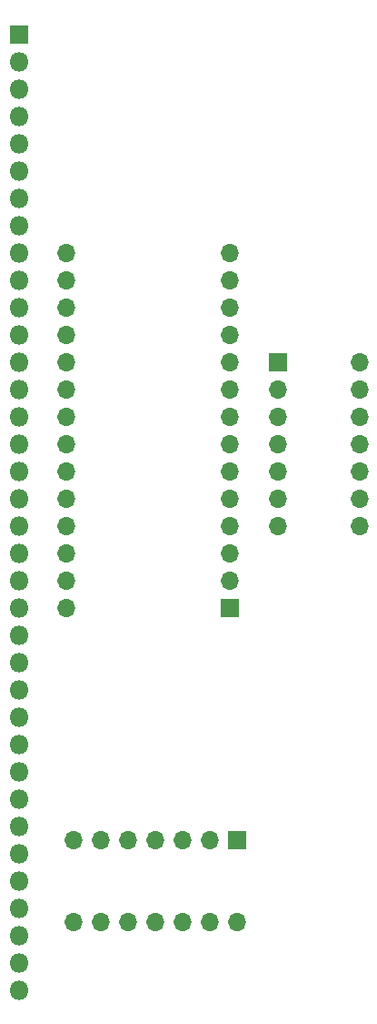
<source format=gbr>
%TF.GenerationSoftware,KiCad,Pcbnew,5.1.6-c6e7f7d~86~ubuntu18.04.1*%
%TF.CreationDate,2020-06-26T23:18:16+01:00*%
%TF.ProjectId,32KRAM_Higher_Rev1,33324b52-414d-45f4-9869-676865725f52,rev?*%
%TF.SameCoordinates,Original*%
%TF.FileFunction,Soldermask,Bot*%
%TF.FilePolarity,Negative*%
%FSLAX46Y46*%
G04 Gerber Fmt 4.6, Leading zero omitted, Abs format (unit mm)*
G04 Created by KiCad (PCBNEW 5.1.6-c6e7f7d~86~ubuntu18.04.1) date 2020-06-26 23:18:16*
%MOMM*%
%LPD*%
G01*
G04 APERTURE LIST*
%ADD10O,1.800000X1.800000*%
%ADD11R,1.800000X1.800000*%
%ADD12O,1.700000X1.700000*%
%ADD13R,1.700000X1.700000*%
G04 APERTURE END LIST*
D10*
%TO.C,J1*%
X59055000Y-160655000D03*
X59055000Y-158115000D03*
X59055000Y-155575000D03*
X59055000Y-153035000D03*
X59055000Y-150495000D03*
X59055000Y-147955000D03*
X59055000Y-145415000D03*
X59055000Y-142875000D03*
X59055000Y-140335000D03*
X59055000Y-137795000D03*
X59055000Y-135255000D03*
X59055000Y-132715000D03*
X59055000Y-130175000D03*
X59055000Y-127635000D03*
X59055000Y-125095000D03*
X59055000Y-122555000D03*
X59055000Y-120015000D03*
X59055000Y-117475000D03*
X59055000Y-114935000D03*
X59055000Y-112395000D03*
X59055000Y-109855000D03*
X59055000Y-107315000D03*
X59055000Y-104775000D03*
X59055000Y-102235000D03*
X59055000Y-99695000D03*
X59055000Y-97155000D03*
X59055000Y-94615000D03*
X59055000Y-92075000D03*
X59055000Y-89535000D03*
X59055000Y-86995000D03*
X59055000Y-84455000D03*
X59055000Y-81915000D03*
X59055000Y-79375000D03*
X59055000Y-76835000D03*
X59055000Y-74295000D03*
D11*
X59055000Y-71755000D03*
%TD*%
D12*
%TO.C,U3*%
X90805000Y-102235000D03*
X83185000Y-117475000D03*
X90805000Y-104775000D03*
X83185000Y-114935000D03*
X90805000Y-107315000D03*
X83185000Y-112395000D03*
X90805000Y-109855000D03*
X83185000Y-109855000D03*
X90805000Y-112395000D03*
X83185000Y-107315000D03*
X90805000Y-114935000D03*
X83185000Y-104775000D03*
X90805000Y-117475000D03*
D13*
X83185000Y-102235000D03*
%TD*%
D12*
%TO.C,U2*%
X63500000Y-125095000D03*
X78740000Y-92075000D03*
X63500000Y-122555000D03*
X78740000Y-94615000D03*
X63500000Y-120015000D03*
X78740000Y-97155000D03*
X63500000Y-117475000D03*
X78740000Y-99695000D03*
X63500000Y-114935000D03*
X78740000Y-102235000D03*
X63500000Y-112395000D03*
X78740000Y-104775000D03*
X63500000Y-109855000D03*
X78740000Y-107315000D03*
X63500000Y-107315000D03*
X78740000Y-109855000D03*
X63500000Y-104775000D03*
X78740000Y-112395000D03*
X63500000Y-102235000D03*
X78740000Y-114935000D03*
X63500000Y-99695000D03*
X78740000Y-117475000D03*
X63500000Y-97155000D03*
X78740000Y-120015000D03*
X63500000Y-94615000D03*
X78740000Y-122555000D03*
X63500000Y-92075000D03*
D13*
X78740000Y-125095000D03*
%TD*%
D12*
%TO.C,U1*%
X79375000Y-154305000D03*
X64135000Y-146685000D03*
X76835000Y-154305000D03*
X66675000Y-146685000D03*
X74295000Y-154305000D03*
X69215000Y-146685000D03*
X71755000Y-154305000D03*
X71755000Y-146685000D03*
X69215000Y-154305000D03*
X74295000Y-146685000D03*
X66675000Y-154305000D03*
X76835000Y-146685000D03*
X64135000Y-154305000D03*
D13*
X79375000Y-146685000D03*
%TD*%
M02*

</source>
